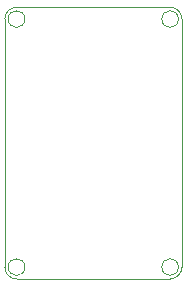
<source format=gbr>
%TF.GenerationSoftware,KiCad,Pcbnew,9.0.6*%
%TF.CreationDate,2026-02-16T11:15:55-08:00*%
%TF.ProjectId,sensor_ppg,73656e73-6f72-45f7-9070-672e6b696361,rev?*%
%TF.SameCoordinates,Original*%
%TF.FileFunction,Profile,NP*%
%FSLAX46Y46*%
G04 Gerber Fmt 4.6, Leading zero omitted, Abs format (unit mm)*
G04 Created by KiCad (PCBNEW 9.0.6) date 2026-02-16 11:15:55*
%MOMM*%
%LPD*%
G01*
G04 APERTURE LIST*
%TA.AperFunction,Profile*%
%ADD10C,0.050000*%
%TD*%
G04 APERTURE END LIST*
D10*
X135000000Y-77500000D02*
G75*
G02*
X136000000Y-78500000I0J-1000000D01*
G01*
X121000000Y-99500000D02*
X121000000Y-78500000D01*
X122000000Y-100500000D02*
G75*
G02*
X121000000Y-99500000I0J1000000D01*
G01*
X122000000Y-77500000D02*
X135000000Y-77500000D01*
X122707107Y-78500000D02*
G75*
G02*
X121292893Y-78500000I-707107J0D01*
G01*
X121292893Y-78500000D02*
G75*
G02*
X122707107Y-78500000I707107J0D01*
G01*
X135707107Y-78500000D02*
G75*
G02*
X134292893Y-78500000I-707107J0D01*
G01*
X134292893Y-78500000D02*
G75*
G02*
X135707107Y-78500000I707107J0D01*
G01*
X136000000Y-99500000D02*
G75*
G02*
X135000000Y-100500000I-1000000J0D01*
G01*
X122000000Y-100500000D02*
X135000000Y-100500000D01*
X122707107Y-99500000D02*
G75*
G02*
X121292893Y-99500000I-707107J0D01*
G01*
X121292893Y-99500000D02*
G75*
G02*
X122707107Y-99500000I707107J0D01*
G01*
X121000000Y-78500000D02*
G75*
G02*
X122000000Y-77500000I1000000J0D01*
G01*
X135707107Y-99500000D02*
G75*
G02*
X134292893Y-99500000I-707107J0D01*
G01*
X134292893Y-99500000D02*
G75*
G02*
X135707107Y-99500000I707107J0D01*
G01*
X136000000Y-78500000D02*
X136000000Y-99500000D01*
M02*

</source>
